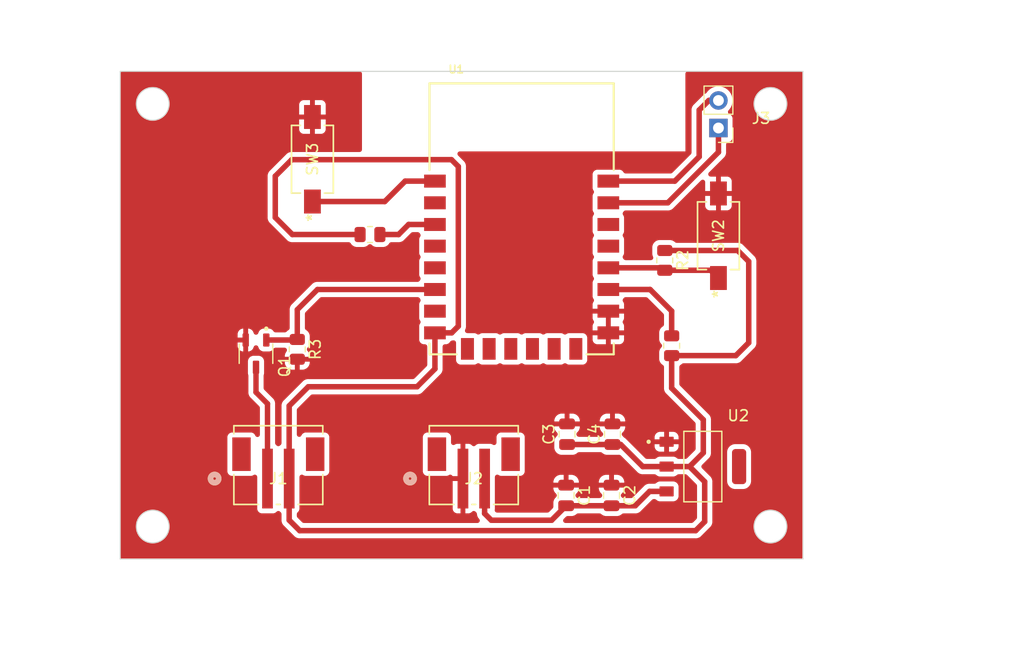
<source format=kicad_pcb>
(kicad_pcb (version 20221018) (generator pcbnew)
  (layers (0 "F.Cu" signal) (31 "B.Cu" signal) (34 "B.Paste" user) (35 "F.Paste" user) (36 "B.SilkS" user "B.Silkscreen") (37 "F.SilkS" user "F.Silkscreen") (38 "B.Mask" user) (39 "F.Mask" user) (44 "Edge.Cuts" user))
  (net 0 "")
  (net 1 "GND")
  (net 2 "Net-(U2-VIN)")
  (net 3 "VCC")
  (net 4 "/LED2")
  (net 5 "/LED1")
  (net 6 "Net-(J1-Pad1)")
  (net 7 "Net-(J3-Pin_1)")
  (net 8 "Net-(J3-Pin_2)")
  (net 9 "/servo")
  (net 10 "/DC")
  (net 11 "Net-(U1-RST)")
  (net 12 "/boot")
  (net 13 "Net-(U1-EN)")
  (net 15 "/buzzer")
  (footprint "Capacitor_SMD:C_0805_2012Metric" (layer "F.Cu") (at 82.337 64.131 -90)
    (fp_text reference "C2" (at 0 -1.68 90) (layer "F.SilkS"))
    (fp_text value "C")
    (fp_line (start -0.261252 -0.735) (end 0.261252 -0.735) (stroke (width 0.12)) (layer "F.SilkS"))
    (fp_line (start -0.261252 0.735) (end 0.261252 0.735) (stroke (width 0.12)) (layer "F.SilkS"))
    (pad "1" smd roundrect (at -0.95 0 270) (size 1 1.45) (layers "F.Cu" "F.Paste" "F.Mask") (net 1 "GND"))
    (pad "2" smd roundrect (at 0.95 0 270) (size 1 1.45) (layers "F.Cu" "F.Paste" "F.Mask") (net 2 "Net-(U2-VIN)"))
  )
  (footprint "esp_lib:CONN_B2B-PH-SM4-TBLFSN_JST" (layer "F.Cu") (at 51.591002 61.3302)
    (fp_text reference "J1" (at 0 1.244801 unlocked) (layer "F.SilkS"))
    (fp_text value "B2B-PH-SM4-TBLFSN" hide)
    (fp_circle (center -5.8801 1.244801) (end -5.4991 1.244801) (stroke (width 0.508)) (fill none) (layer "B.SilkS"))
    (fp_line (start -4.1021 -3.6322) (end -4.1021 -2.88734) (stroke (width 0.1524)) (layer "F.SilkS"))
    (fp_line (start -4.1021 0.87694) (end -4.1021 3.6322) (stroke (width 0.1524)) (layer "F.SilkS"))
    (fp_line (start -4.1021 3.6322) (end -1.828041 3.6322) (stroke (width 0.1524)) (layer "F.SilkS"))
    (fp_line (start -0.171961 3.6322) (end 0.171961 3.6322) (stroke (width 0.1524)) (layer "F.SilkS"))
    (fp_line (start 1.828041 3.6322) (end 4.1021 3.6322) (stroke (width 0.1524)) (layer "F.SilkS"))
    (fp_line (start 4.1021 -3.6322) (end -4.1021 -3.6322) (stroke (width 0.1524)) (layer "F.SilkS"))
    (fp_line (start 4.1021 -2.88734) (end 4.1021 -3.6322) (stroke (width 0.1524)) (layer "F.SilkS"))
    (fp_line (start 4.1021 3.6322) (end 4.1021 0.87694) (stroke (width 0.1524)) (layer "F.SilkS"))
    (fp_circle (center -5.8801 1.244801) (end -5.4991 1.244801) (stroke (width 0.508)) (fill none) (layer "F.SilkS"))
    (pad "1" smd rect (at -1.000001 1.244801) (size 0.9906 5.5118) (layers "F.Cu" "F.Paste" "F.Mask") (net 6 "Net-(J1-Pad1)"))
    (pad "2" smd rect (at 1.000001 1.244801) (size 0.9906 5.5118) (layers "F.Cu" "F.Paste" "F.Mask") (net 3 "VCC"))
    (pad "3" smd rect (at -3.399998 -1.0052 90) (size 3.0988 1.7018) (layers "F.Cu" "F.Paste" "F.Mask"))
    (pad "4" smd rect (at 3.399998 -1.0052 90) (size 3.0988 1.7018) (layers "F.Cu" "F.Paste" "F.Mask"))
  )
  (footprint "esp_lib:ESP-12F" (layer "F.Cu") (at 74.041 38.608)
    (fp_text reference "U1" (at -6.03654 -13.788698) (layer "F.SilkS") (effects (font (size 0.700469 0.700469))))
    (fp_text value "ESP-12F")
    (fp_line (start -8.5 -12.5) (end -8.5 -4.5) (stroke (width 0.2)) (layer "F.SilkS"))
    (fp_line (start -8.5 -12.5) (end 8.5 -12.5) (stroke (width 0.2)) (layer "F.SilkS"))
    (fp_line (start -8.5 11.5) (end -8.5 12.5) (stroke (width 0.2)) (layer "F.SilkS"))
    (fp_line (start -8.5 12.5) (end -6 12.5) (stroke (width 0.2)) (layer "F.SilkS"))
    (fp_line (start 8.5 -12.5) (end 8.5 -4.5) (stroke (width 0.2)) (layer "F.SilkS"))
    (fp_line (start 8.5 12.5) (end 6 12.5) (stroke (width 0.2)) (layer "F.SilkS"))
    (fp_line (start 8.5 12.5) (end 8.5 11.5) (stroke (width 0.2)) (layer "F.SilkS"))
    (pad "1" smd rect (at -8 -3.48) (size 2 1.2) (layers "F.Cu" "F.Paste" "F.Mask") (net 11 "Net-(U1-RST)"))
    (pad "2" smd rect (at -8 -1.48) (size 2 1.2) (layers "F.Cu" "F.Paste" "F.Mask"))
    (pad "3" smd rect (at -8 0.52) (size 2 1.2) (layers "F.Cu" "F.Paste" "F.Mask") (net 13 "Net-(U1-EN)"))
    (pad "4" smd rect (at -8 2.52) (size 2 1.2) (layers "F.Cu" "F.Paste" "F.Mask") (net 4 "/LED2"))
    (pad "5" smd rect (at -8 4.52) (size 2 1.2) (layers "F.Cu" "F.Paste" "F.Mask") (net 5 "/LED1"))
    (pad "6" smd rect (at -8 6.52) (size 2 1.2) (layers "F.Cu" "F.Paste" "F.Mask") (net 10 "/DC"))
    (pad "7" smd rect (at -8 8.52) (size 2 1.2) (layers "F.Cu" "F.Paste" "F.Mask") (net 15 "/buzzer"))
    (pad "8" smd rect (at -8 10.52) (size 2 1.2) (layers "F.Cu" "F.Paste" "F.Mask") (net 3 "VCC"))
    (pad "9" smd rect (at -5 12 90) (size 2 1.2) (layers "F.Cu" "F.Paste" "F.Mask"))
    (pad "10" smd rect (at -3 12 90) (size 2 1.2) (layers "F.Cu" "F.Paste" "F.Mask"))
    (pad "11" smd rect (at -1 12 90) (size 2 1.2) (layers "F.Cu" "F.Paste" "F.Mask"))
    (pad "12" smd rect (at 1 12 90) (size 2 1.2) (layers "F.Cu" "F.Paste" "F.Mask"))
    (pad "13" smd rect (at 3 12 90) (size 2 1.2) (layers "F.Cu" "F.Paste" "F.Mask"))
    (pad "14" smd rect (at 5 12 90) (size 2 1.2) (layers "F.Cu" "F.Paste" "F.Mask"))
    (pad "15" smd rect (at 8 10.52) (size 2 1.2) (layers "F.Cu" "F.Paste" "F.Mask") (net 1 "GND"))
    (pad "16" smd rect (at 8 8.52) (size 2 1.2) (layers "F.Cu" "F.Paste" "F.Mask") (net 1 "GND"))
    (pad "17" smd rect (at 8 6.52) (size 2 1.2) (layers "F.Cu" "F.Paste" "F.Mask") (net 9 "/servo"))
    (pad "18" smd rect (at 8 4.52) (size 2 1.2) (layers "F.Cu" "F.Paste" "F.Mask") (net 12 "/boot"))
    (pad "19" smd rect (at 8 2.52) (size 2 1.2) (layers "F.Cu" "F.Paste" "F.Mask"))
    (pad "20" smd rect (at 8 0.52) (size 2 1.2) (layers "F.Cu" "F.Paste" "F.Mask"))
    (pad "21" smd rect (at 8 -1.48) (size 2 1.2) (layers "F.Cu" "F.Paste" "F.Mask") (net 7 "Net-(J3-Pin_1)"))
    (pad "22" smd rect (at 8 -3.48) (size 2 1.2) (layers "F.Cu" "F.Paste" "F.Mask") (net 8 "Net-(J3-Pin_2)"))
  )
  (footprint "esp_lib:RS-282G05A3-SM RT_CNK" (layer "F.Cu") (at 54.737 33.110698 90)
    (fp_text reference "SW3" (at 0 0 90 unlocked) (layer "F.SilkS"))
    (fp_text value "RS-282G05A3-SM RT")
    (fp_text user "*" (at -5.3866 0 90 unlocked) (layer "F.SilkS"))
    (fp_text user "*" (at -5.3866 0 90) (layer "F.SilkS"))
    (fp_line (start -3.1242 -1.9304) (end -3.1242 -1.10744) (stroke (width 0.1524)) (layer "F.SilkS"))
    (fp_line (start -3.1242 1.10744) (end -3.1242 1.9304) (stroke (width 0.1524)) (layer "F.SilkS"))
    (fp_line (start -3.1242 1.9304) (end 3.1242 1.9304) (stroke (width 0.1524)) (layer "F.SilkS"))
    (fp_line (start 3.1242 -1.9304) (end -3.1242 -1.9304) (stroke (width 0.1524)) (layer "F.SilkS"))
    (fp_line (start 3.1242 -1.10744) (end 3.1242 -1.9304) (stroke (width 0.1524)) (layer "F.SilkS"))
    (fp_line (start 3.1242 1.9304) (end 3.1242 1.10744) (stroke (width 0.1524)) (layer "F.SilkS"))
    (pad "1" smd rect (at -3.900698 0 90) (size 2.2098 1.5494) (layers "F.Cu" "F.Paste" "F.Mask") (net 11 "Net-(U1-RST)"))
    (pad "2" smd rect (at 3.900698 0 90) (size 2.2098 1.5494) (layers "F.Cu" "F.Paste" "F.Mask") (net 1 "GND"))
  )
  (footprint "Resistor_SMD:R_0805_2012Metric" (layer "F.Cu") (at 87.249 42.4415 -90)
    (fp_text reference "R2" (at 0 -1.65 90) (layer "F.SilkS"))
    (fp_text value "R")
    (fp_line (start -0.227064 -0.735) (end 0.227064 -0.735) (stroke (width 0.12)) (layer "F.SilkS"))
    (fp_line (start -0.227064 0.735) (end 0.227064 0.735) (stroke (width 0.12)) (layer "F.SilkS"))
    (pad "1" smd roundrect (at -0.9125 0 270) (size 1.025 1.4) (layers "F.Cu" "F.Paste" "F.Mask") (roundrect_rratio 0.243902439) (net 3 "VCC"))
    (pad "2" smd roundrect (at 0.9125 0 270) (size 1.025 1.4) (layers "F.Cu" "F.Paste" "F.Mask") (roundrect_rratio 0.243902439) (net 12 "/boot"))
  )
  (footprint "Resistor_SMD:R_0805_2012Metric" (layer "F.Cu") (at 53.34 50.6495 -90)
    (fp_text reference "R3" (at 0 -1.65 90) (layer "F.SilkS"))
    (fp_text value "R")
    (fp_line (start -0.227064 -0.735) (end 0.227064 -0.735) (stroke (width 0.12)) (layer "F.SilkS"))
    (fp_line (start -0.227064 0.735) (end 0.227064 0.735) (stroke (width 0.12)) (layer "F.SilkS"))
    (pad "1" smd roundrect (at -0.9125 0 270) (size 1.025 1.4) (layers "F.Cu" "F.Paste" "F.Mask") (roundrect_rratio 0.243902439) (net 10 "/DC"))
    (pad "2" smd roundrect (at 0.9125 0 270) (size 1.025 1.4) (layers "F.Cu" "F.Paste" "F.Mask") (roundrect_rratio 0.243902439) (net 1 "GND"))
  )
  (footprint "esp_lib:SOT95P280X125-3N" (layer "F.Cu") (at 49.53 51.0455 -90)
    (fp_text reference "Q1" (at 1.175 -2.635 90) (layer "F.SilkS"))
    (fp_text value "AO3400A")
    (fp_line (start -0.9 1.55) (end 0.9 1.55) (stroke (width 0.127)) (layer "F.SilkS"))
    (fp_line (start 0.9 -1.55) (end -0.9 -1.55) (stroke (width 0.127)) (layer "F.SilkS"))
    (fp_circle (center -2.31 -0.95) (end -2.21 -0.95) (stroke (width 0.2)) (fill none) (layer "F.SilkS"))
    (pad "1" smd roundrect (at -1.255 -0.95 270) (size 1.21 0.59) (layers "F.Cu" "F.Paste" "F.Mask") (roundrect_rratio 0.15) (net 10 "/DC"))
    (pad "2" smd roundrect (at -1.255 0.95 270) (size 1.21 0.59) (layers "F.Cu" "F.Paste" "F.Mask") (roundrect_rratio 0.15) (net 1 "GND"))
    (pad "3" smd roundrect (at 1.255 0 270) (size 1.21 0.59) (layers "F.Cu" "F.Paste" "F.Mask") (roundrect_rratio 0.15) (net 6 "Net-(J1-Pad1)"))
  )
  (footprint "Capacitor_SMD:C_0805_2012Metric" (layer "F.Cu") (at 78.232 58.481 90)
    (fp_text reference "C3" (at 0 -1.68 90) (layer "F.SilkS"))
    (fp_text value "C")
    (fp_line (start -0.261252 -0.735) (end 0.261252 -0.735) (stroke (width 0.12)) (layer "F.SilkS"))
    (fp_line (start -0.261252 0.735) (end 0.261252 0.735) (stroke (width 0.12)) (layer "F.SilkS"))
    (pad "1" smd roundrect (at -0.95 0 90) (size 1 1.45) (layers "F.Cu" "F.Paste" "F.Mask") (net 3 "VCC"))
    (pad "2" smd roundrect (at 0.95 0 90) (size 1 1.45) (layers "F.Cu" "F.Paste" "F.Mask") (net 1 "GND"))
  )
  (footprint "esp_lib:SOT229P700X180-4N" (layer "F.Cu") (at 90.762 61.468)
    (fp_text reference "U2" (at 3.2755 -4.695) (layer "F.SilkS"))
    (fp_text value "AMS1117-3.3" hide)
    (fp_line (start -1.7525 -3.2525) (end 1.7525 -3.2525) (stroke (width 0.127)) (layer "F.SilkS"))
    (fp_line (start -1.7525 3.2525) (end -1.7525 -3.2525) (stroke (width 0.127)) (layer "F.SilkS"))
    (fp_line (start 1.7525 -3.2525) (end 1.7525 3.2525) (stroke (width 0.127)) (layer "F.SilkS"))
    (fp_line (start 1.7525 3.2525) (end -1.7525 3.2525) (stroke (width 0.127)) (layer "F.SilkS"))
    (fp_circle (center -5 -2.29) (end -4.9 -2.29) (stroke (width 0.2)) (fill none) (layer "F.SilkS"))
    (pad "1" smd roundrect (at -3.345 -2.29) (size 1.31 0.93) (layers "F.Cu" "F.Paste" "F.Mask") (roundrect_rratio 0.07) (net 1 "GND"))
    (pad "2" smd roundrect (at -3.345 0) (size 1.31 0.93) (layers "F.Cu" "F.Paste" "F.Mask") (roundrect_rratio 0.07) (net 3 "VCC"))
    (pad "3" smd roundrect (at -3.345 2.29) (size 1.31 0.93) (layers "F.Cu" "F.Paste" "F.Mask") (roundrect_rratio 0.07) (net 2 "Net-(U2-VIN)"))
    (pad "4" smd roundrect (at 3.345 0) (size 1.31 3.24) (layers "F.Cu" "F.Paste" "F.Mask") (roundrect_rratio 0.24))
  )
  (footprint "Resistor_SMD:R_0805_2012Metric" (layer "F.Cu") (at 87.884 50.3155 -90)
    (fp_text reference "R6" hide)
    (fp_text value "R")
    (fp_line (start -0.227064 -0.735) (end 0.227064 -0.735) (stroke (width 0.12)) (layer "F.SilkS"))
    (fp_line (start -0.227064 0.735) (end 0.227064 0.735) (stroke (width 0.12)) (layer "F.SilkS"))
    (pad "1" smd roundrect (at -0.9125 0 270) (size 1.025 1.4) (layers "F.Cu" "F.Paste" "F.Mask") (roundrect_rratio 0.243902) (net 9 "/servo"))
    (pad "2" smd roundrect (at 0.9125 0 270) (size 1.025 1.4) (layers "F.Cu" "F.Paste" "F.Mask") (roundrect_rratio 0.243902) (net 3 "VCC"))
  )
  (footprint "Capacitor_SMD:C_0805_2012Metric" (layer "F.Cu") (at 82.423 58.481 90)
    (fp_text reference "C4" (at 0 -1.68 90) (layer "F.SilkS"))
    (fp_text value "C")
    (fp_line (start -0.261252 -0.735) (end 0.261252 -0.735) (stroke (width 0.12)) (layer "F.SilkS"))
    (fp_line (start -0.261252 0.735) (end 0.261252 0.735) (stroke (width 0.12)) (layer "F.SilkS"))
    (pad "1" smd roundrect (at -0.95 0 90) (size 1 1.45) (layers "F.Cu" "F.Paste" "F.Mask") (net 3 "VCC"))
    (pad "2" smd roundrect (at 0.95 0 90) (size 1 1.45) (layers "F.Cu" "F.Paste" "F.Mask") (net 1 "GND"))
  )
  (footprint "esp_lib:CONN_B2B-PH-SM4-TBLFSN_JST" (layer "F.Cu") (at 69.625002 61.3302)
    (fp_text reference "J2" (at 0 1.244801 unlocked) (layer "F.SilkS"))
    (fp_text value "B2B-PH-SM4-TBLFSN")
    (fp_circle (center -5.8801 1.244801) (end -5.4991 1.244801) (stroke (width 0.508)) (fill none) (layer "B.SilkS"))
    (fp_line (start -4.1021 -3.6322) (end -4.1021 -2.88734) (stroke (width 0.1524)) (layer "F.SilkS"))
    (fp_line (start -4.1021 0.87694) (end -4.1021 3.6322) (stroke (width 0.1524)) (layer "F.SilkS"))
    (fp_line (start -4.1021 3.6322) (end -1.828041 3.6322) (stroke (width 0.1524)) (layer "F.SilkS"))
    (fp_line (start -0.171961 3.6322) (end 0.171961 3.6322) (stroke (width 0.1524)) (layer "F.SilkS"))
    (fp_line (start 1.828041 3.6322) (end 4.1021 3.6322) (stroke (width 0.1524)) (layer "F.SilkS"))
    (fp_line (start 4.1021 -3.6322) (end -4.1021 -3.6322) (stroke (width 0.1524)) (layer "F.SilkS"))
    (fp_line (start 4.1021 -2.88734) (end 4.1021 -3.6322) (stroke (width 0.1524)) (layer "F.SilkS"))
    (fp_line (start 4.1021 3.6322) (end 4.1021 0.87694) (stroke (width 0.1524)) (layer "F.SilkS"))
    (fp_circle (center -5.8801 1.244801) (end -5.4991 1.244801) (stroke (width 0.508)) (fill none) (layer "F.SilkS"))
    (pad "1" smd rect (at -1.000001 1.244801) (size 0.9906 5.5118) (layers "F.Cu" "F.Paste" "F.Mask") (net 1 "GND"))
    (pad "2" smd rect (at 1.000001 1.244801) (size 0.9906 5.5118) (layers "F.Cu" "F.Paste" "F.Mask") (net 2 "Net-(U2-VIN)"))
    (pad "3" smd rect (at -3.399998 -1.0052 90) (size 3.0988 1.7018) (layers "F.Cu" "F.Paste" "F.Mask"))
    (pad "4" smd rect (at 3.399998 -1.0052 90) (size 3.0988 1.7018) (layers "F.Cu" "F.Paste" "F.Mask"))
  )
  (footprint "Capacitor_SMD:C_0805_2012Metric" (layer "F.Cu") (at 78.146 64.131 -90)
    (fp_text reference "C1" (at 0 -1.68 90) (layer "F.SilkS"))
    (fp_text value "C")
    (fp_line (start -0.261252 -0.735) (end 0.261252 -0.735) (stroke (width 0.12)) (layer "F.SilkS"))
    (fp_line (start -0.261252 0.735) (end 0.261252 0.735) (stroke (width 0.12)) (layer "F.SilkS"))
    (pad "1" smd roundrect (at -0.95 0 270) (size 1 1.45) (layers "F.Cu" "F.Paste" "F.Mask") (net 1 "GND"))
    (pad "2" smd roundrect (at 0.95 0 270) (size 1 1.45) (layers "F.Cu" "F.Paste" "F.Mask") (net 2 "Net-(U2-VIN)"))
  )
  (footprint "Resistor_SMD:R_0805_2012Metric" (layer "F.Cu") (at 60.0475 40.056 180)
    (fp_text reference "R4" hide)
    (fp_text value "R")
    (fp_line (start -0.227064 -0.735) (end 0.227064 -0.735) (stroke (width 0.12)) (layer "F.SilkS"))
    (fp_line (start -0.227064 0.735) (end 0.227064 0.735) (stroke (width 0.12)) (layer "F.SilkS"))
    (pad "1" smd roundrect (at -0.9125 0 180) (size 1.025 1.4) (layers "F.Cu" "F.Paste" "F.Mask") (roundrect_rratio 0.243902439) (net 13 "Net-(U1-EN)"))
    (pad "2" smd roundrect (at 0.9125 0 180) (size 1.025 1.4) (layers "F.Cu" "F.Paste" "F.Mask") (roundrect_rratio 0.243902439) (net 3 "VCC"))
  )
  (footprint "esp_lib:RS-282G05A3-SM RT_CNK" (layer "F.Cu") (at 92.202 40.168302 90)
    (fp_text reference "SW2" (at 0 0 90 unlocked) (layer "F.SilkS"))
    (fp_text value "RS-282G05A3-SM RT" hide)
    (fp_text user "*" (at -5.3866 0 90) (layer "F.SilkS"))
    (fp_text user "*" (at -5.3866 0 90 unlocked) (layer "F.SilkS"))
    (fp_line (start -3.1242 -1.9304) (end -3.1242 -1.10744) (stroke (width 0.1524)) (layer "F.SilkS"))
    (fp_line (start -3.1242 1.10744) (end -3.1242 1.9304) (stroke (width 0.1524)) (layer "F.SilkS"))
    (fp_line (start -3.1242 1.9304) (end 3.1242 1.9304) (stroke (width 0.1524)) (layer "F.SilkS"))
    (fp_line (start 3.1242 -1.9304) (end -3.1242 -1.9304) (stroke (width 0.1524)) (layer "F.SilkS"))
    (fp_line (start 3.1242 -1.10744) (end 3.1242 -1.9304) (stroke (width 0.1524)) (layer "F.SilkS"))
    (fp_line (start 3.1242 1.9304) (end 3.1242 1.10744) (stroke (width 0.1524)) (layer "F.SilkS"))
    (pad "1" smd rect (at -3.900698 0 90) (size 2.2098 1.5494) (layers "F.Cu" "F.Paste" "F.Mask") (net 12 "/boot"))
    (pad "2" smd rect (at 3.900698 0 90) (size 2.2098 1.5494) (layers "F.Cu" "F.Paste" "F.Mask") (net 1 "GND"))
  )
  (footprint "Connector_PinHeader_2.54mm:PinHeader_1x02_P2.54mm_Vertical" (layer "F.Cu") (at 92.202 30.226 180)
    (fp_text reference "J3" (at -3.937 0.889 180) (layer "F.SilkS"))
    (fp_text value "Conn_01x02_Pin")
    (fp_line (start -1.33 -1.33) (end 0 -1.33) (stroke (width 0.12)) (layer "F.SilkS"))
    (fp_line (start -1.33 0) (end -1.33 -1.33) (stroke (width 0.12)) (layer "F.SilkS"))
    (fp_line (start -1.33 1.27) (end -1.33 3.87) (stroke (width 0.12)) (layer "F.SilkS"))
    (fp_line (start -1.33 1.27) (end 1.33 1.27) (stroke (width 0.12)) (layer "F.SilkS"))
    (fp_line (start -1.33 3.87) (end 1.33 3.87) (stroke (width 0.12)) (layer "F.SilkS"))
    (fp_line (start 1.33 1.27) (end 1.33 3.87) (stroke (width 0.12)) (layer "F.SilkS"))
    (pad "1" thru_hole rect (at 0 0 180) (size 1.7 1.7) (drill 1) (layers "*.Cu" "*.Mask") (net 7 "Net-(J3-Pin_1)"))
    (pad "2" thru_hole oval (at 0 2.54 180) (size 1.7 1.7) (drill 1) (layers "*.Cu" "*.Mask") (net 8 "Net-(J3-Pin_2)"))
  )
  (gr_circle (center 40 28) (end 41.51 28) (stroke (width 0.1)) (fill none) (layer "Edge.Cuts"))
  (gr_circle (center 97 67) (end 98.51 67) (stroke (width 0.1)) (fill none) (layer "Edge.Cuts"))
  (gr_circle (center 97 28) (end 98.51 28) (stroke (width 0.1)) (fill none) (layer "Edge.Cuts"))
  (gr_circle (center 40 67) (end 41.51 67) (stroke (width 0.1)) (fill none) (layer "Edge.Cuts"))
  (gr_rect (start 37 25) (end 100 70) (stroke (width 0.1)) (fill none) (layer "Edge.Cuts"))
  (segment (start 76.806 66.421) (end 78.146 65.081) (width 0.508) (layer "F.Cu") (net 2))
  (segment (start 85.848 63.758) (end 84.525 65.081) (width 0.508) (layer "F.Cu") (net 2))
  (segment (start 71.247 66.421) (end 76.806 66.421) (width 0.508) (layer "F.Cu") (net 2))
  (segment (start 70.625003 65.799003) (end 71.247 66.421) (width 0.508) (layer "F.Cu") (net 2))
  (segment (start 70.625003 62.575001) (end 70.625003 65.799003) (width 0.508) (layer "F.Cu") (net 2))
  (segment (start 84.525 65.081) (end 82.337 65.081) (width 0.508) (layer "F.Cu") (net 2))
  (segment (start 87.417 63.758) (end 85.848 63.758) (width 0.508) (layer "F.Cu") (net 2))
  (segment (start 78.146 65.081) (end 82.337 65.081) (width 0.508) (layer "F.Cu") (net 2))
  (segment (start 93.806 51.228) (end 87.884 51.228) (width 0.508) (layer "F.Cu") (net 3))
  (segment (start 87.417 61.468) (end 89.535 61.468) (width 0.508) (layer "F.Cu") (net 3))
  (segment (start 52.883 40.056) (end 51.308 38.481) (width 0.508) (layer "F.Cu") (net 3))
  (segment (start 68.199 48.514) (end 67.585 49.128) (width 0.508) (layer "F.Cu") (net 3))
  (segment (start 87.249 41.529) (end 93.98 41.529) (width 0.508) (layer "F.Cu") (net 3))
  (segment (start 64.389 54.102) (end 54.356 54.102) (width 0.508) (layer "F.Cu") (net 3))
  (segment (start 90.101 67.379) (end 90.932 66.548) (width 0.508) (layer "F.Cu") (net 3))
  (segment (start 90.805 57.15) (end 87.884 54.229) (width 0.508) (layer "F.Cu") (net 3))
  (segment (start 82.423 59.431) (end 83.18 59.431) (width 0.508) (layer "F.Cu") (net 3))
  (segment (start 67.585 49.128) (end 66.041 49.128) (width 0.508) (layer "F.Cu") (net 3))
  (segment (start 66.041 52.45) (end 64.389 54.102) (width 0.508) (layer "F.Cu") (net 3))
  (segment (start 67.564 33.147) (end 68.199 33.782) (width 0.508) (layer "F.Cu") (net 3))
  (segment (start 90.805 60.198) (end 90.805 57.15) (width 0.508) (layer "F.Cu") (net 3))
  (segment (start 89.535 61.468) (end 90.805 60.198) (width 0.508) (layer "F.Cu") (net 3))
  (segment (start 52.591003 62.575001) (end 52.591003 66.407997) (width 0.508) (layer "F.Cu") (net 3))
  (segment (start 52.591003 66.407997) (end 53.562006 67.379) (width 0.508) (layer "F.Cu") (net 3))
  (segment (start 90.932 62.865) (end 89.535 61.468) (width 0.508) (layer "F.Cu") (net 3))
  (segment (start 87.884 54.229) (end 87.884 51.228) (width 0.508) (layer "F.Cu") (net 3))
  (segment (start 52.832 33.147) (end 67.564 33.147) (width 0.508) (layer "F.Cu") (net 3))
  (segment (start 94.996 50.038) (end 93.806 51.228) (width 0.508) (layer "F.Cu") (net 3))
  (segment (start 59.135 40.056) (end 52.883 40.056) (width 0.508) (layer "F.Cu") (net 3))
  (segment (start 52.591003 55.866997) (end 52.591003 62.575001) (width 0.508) (layer "F.Cu") (net 3))
  (segment (start 90.932 66.548) (end 90.932 62.865) (width 0.508) (layer "F.Cu") (net 3))
  (segment (start 51.308 38.481) (end 51.308 34.671) (width 0.508) (layer "F.Cu") (net 3))
  (segment (start 53.562006 67.379) (end 90.101 67.379) (width 0.508) (layer "F.Cu") (net 3))
  (segment (start 83.18 59.431) (end 85.217 61.468) (width 0.508) (layer "F.Cu") (net 3))
  (segment (start 85.217 61.468) (end 87.417 61.468) (width 0.508) (layer "F.Cu") (net 3))
  (segment (start 54.356 54.102) (end 52.591003 55.866997) (width 0.508) (layer "F.Cu") (net 3))
  (segment (start 78.232 59.431) (end 82.423 59.431) (width 0.508) (layer "F.Cu") (net 3))
  (segment (start 68.199 33.782) (end 68.199 48.514) (width 0.508) (layer "F.Cu") (net 3))
  (segment (start 66.041 49.128) (end 66.041 52.45) (width 0.508) (layer "F.Cu") (net 3))
  (segment (start 94.996 42.545) (end 94.996 50.038) (width 0.508) (layer "F.Cu") (net 3))
  (segment (start 51.308 34.671) (end 52.832 33.147) (width 0.508) (layer "F.Cu") (net 3))
  (segment (start 93.98 41.529) (end 94.996 42.545) (width 0.508) (layer "F.Cu") (net 3))
  (segment (start 50.591001 64.578999) (end 50.591001 62.575001) (width 0.508) (layer "F.Cu") (net 6))
  (segment (start 49.53 52.3005) (end 49.53 54.61) (width 0.5) (layer "F.Cu") (net 6))
  (segment (start 49.53 54.61) (end 50.591001 55.671001) (width 0.5) (layer "F.Cu") (net 6))
  (segment (start 50.591001 55.671001) (end 50.591001 62.575001) (width 0.5) (layer "F.Cu") (net 6))
  (segment (start 82.041 37.128) (end 87.52971 37.128) (width 0.508) (layer "F.Cu") (net 7))
  (segment (start 92.202 32.45571) (end 92.202 30.226) (width 0.508) (layer "F.Cu") (net 7))
  (segment (start 87.52971 37.128) (end 92.202 32.45571) (width 0.508) (layer "F.Cu") (net 7))
  (segment (start 88.174894 35.128) (end 82.041 35.128) (width 0.508) (layer "F.Cu") (net 8))
  (segment (start 92.202 27.686) (end 91.313 27.686) (width 0.508) (layer "F.Cu") (net 8))
  (segment (start 90.424 28.575) (end 90.424 32.878894) (width 0.508) (layer "F.Cu") (net 8))
  (segment (start 91.313 27.686) (end 90.424 28.575) (width 0.508) (layer "F.Cu") (net 8))
  (segment (start 90.424 32.878894) (end 88.174894 35.128) (width 0.508) (layer "F.Cu") (net 8))
  (segment (start 82.041 45.128) (end 85.895 45.128) (width 0.508) (layer "F.Cu") (net 9))
  (segment (start 85.895 45.128) (end 87.884 47.117) (width 0.508) (layer "F.Cu") (net 9))
  (segment (start 87.884 47.117) (end 87.884 49.403) (width 0.508) (layer "F.Cu") (net 9))
  (segment (start 53.2865 49.7905) (end 53.34 49.737) (width 0.508) (layer "F.Cu") (net 10))
  (segment (start 53.34 49.737) (end 53.34 46.99) (width 0.5) (layer "F.Cu") (net 10))
  (segment (start 55.202 45.128) (end 66.041 45.128) (width 0.5) (layer "F.Cu") (net 10))
  (segment (start 50.48 49.7905) (end 53.2865 49.7905) (width 0.508) (layer "F.Cu") (net 10))
  (segment (start 53.34 46.99) (end 55.202 45.128) (width 0.5) (layer "F.Cu") (net 10))
  (segment (start 61.413604 37.011396) (end 54.737 37.011396) (width 0.508) (layer "F.Cu") (net 11))
  (segment (start 63.297 35.128) (end 61.413604 37.011396) (width 0.508) (layer "F.Cu") (net 11))
  (segment (start 66.041 35.128) (end 63.297 35.128) (width 0.508) (layer "F.Cu") (net 11))
  (segment (start 87.249 43.354) (end 91.487 43.354) (width 0.508) (layer "F.Cu") (net 12))
  (segment (start 87.023 43.128) (end 87.249 43.354) (width 0.508) (layer "F.Cu") (net 12))
  (segment (start 82.041 43.128) (end 87.023 43.128) (width 0.508) (layer "F.Cu") (net 12))
  (segment (start 91.487 43.354) (end 92.202 44.069) (width 0.508) (layer "F.Cu") (net 12))
  (segment (start 60.96 40.056) (end 62.687 40.056) (width 0.508) (layer "F.Cu") (net 13))
  (segment (start 66.029 39.116) (end 66.041 39.128) (width 0.508) (layer "F.Cu") (net 13))
  (segment (start 62.687 40.056) (end 63.615 39.128) (width 0.508) (layer "F.Cu") (net 13))
  (segment (start 63.615 39.128) (end 66.041 39.128) (width 0.508) (layer "F.Cu") (net 13))
  (zone (net 1) (net_name "GND") (layer "F.Cu") (connect_pads (clearance 0.45)) (min_thickness 0.45) (fill yes (thermal_gap 0.45) (thermal_bridge_width 0.45))
    (polygon (pts (xy 26.035 18.415) (xy 120.396 18.415) (xy 120.396 79.121) (xy 25.908 79.121)))
  )
  (zone (net 0) (net_name "") (layer "F.Cu") (connect_pads (clearance 0)) (min_thickness 0.25)
    (keepout (tracks not_allowed) (vias not_allowed) (pads not_allowed) (copperpour not_allowed) (footprints not_allowed))
    (fill (thermal_gap 0.5) (thermal_bridge_width 0.5))
    (polygon (pts (xy 59.309 24.384) (xy 89.14982 24.384) (xy 89.154 32.385) (xy 59.309 32.385)))
  )
)
</source>
